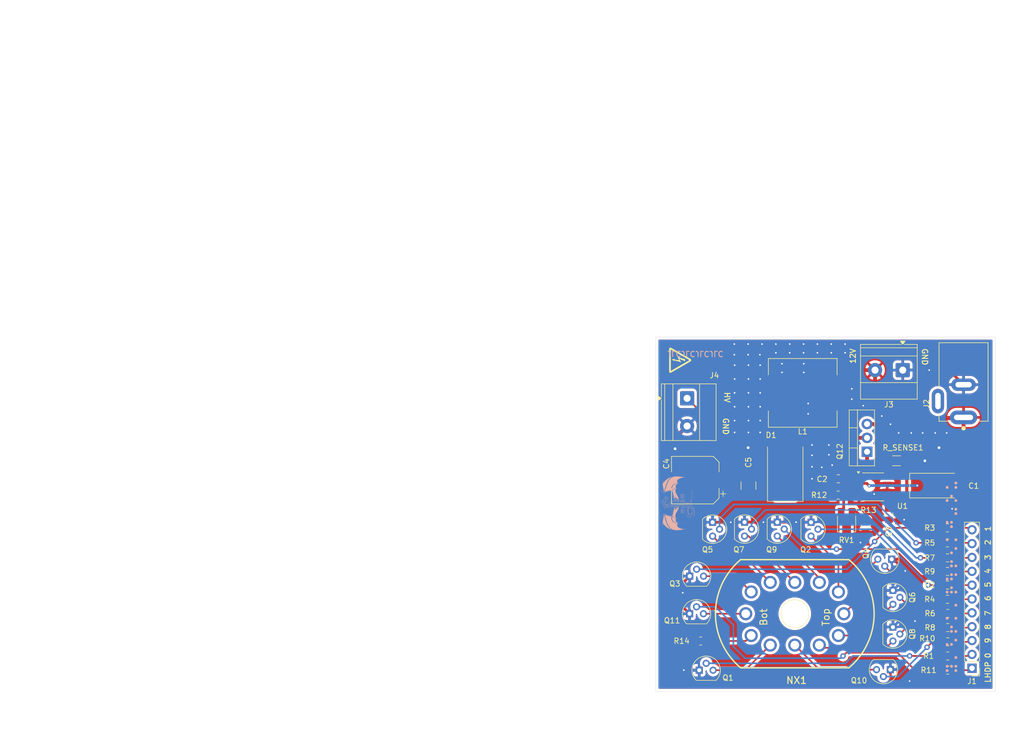
<source format=kicad_pcb>
(kicad_pcb (version 20241229) (generator "pcbnew") (generator_version "9.0")
  (layers (0 "F.Cu" signal) (2 "B.Cu" signal) (13 "F.Paste" user) (15 "B.Paste" user) (5 "F.SilkS" user "F.Silkscreen") (7 "B.SilkS" user "B.Silkscreen") (1 "F.Mask" user) (3 "B.Mask" user) (25 "Edge.Cuts" user))
  (net 0 "")
  (net 1 "+12V")
  (net 2 "GND")
  (net 3 "Net-(U1-REF)")
  (net 4 "/180V")
  (net 5 "Net-(D1-A)")
  (net 6 "/CTRL_DIGIT_8")
  (net 7 "/CTRL_DIGIT_7")
  (net 8 "/CTRL_DIGIT_6")
  (net 9 "/CTRL_DIGIT_3")
  (net 10 "/CTRL_DIGIT_5")
  (net 11 "/CTRL_DIGIT_1")
  (net 12 "/CTRL_DIGIT_9")
  (net 13 "/CTRL_DIGIT_2")
  (net 14 "/CTRL_DIGIT_0")
  (net 15 "/CTRL_DIGIT_4")
  (net 16 "Net-(NX1-PadA)")
  (net 17 "/NIXIE_DIGIT_5")
  (net 18 "/NIXIE_DIGIT_7")
  (net 19 "/NIXIE_DIGIT_8")
  (net 20 "/NIXIE_DIGIT_0")
  (net 21 "/NIXIE_DIGIT_3")
  (net 22 "/NIXIE_DIGIT_4")
  (net 23 "/NIXIE_DIGIT_9")
  (net 24 "/NIXIE_DIGIT_6")
  (net 25 "/NIXIE_DIGIT_2")
  (net 26 "/NIXIE_DIGIT_1")
  (net 27 "Net-(Q1-B)")
  (net 28 "Net-(Q2-B)")
  (net 29 "Net-(Q3-B)")
  (net 30 "Net-(Q4-B)")
  (net 31 "Net-(Q5-B)")
  (net 32 "Net-(Q6-B)")
  (net 33 "Net-(Q7-B)")
  (net 34 "Net-(Q8-B)")
  (net 35 "Net-(Q9-B)")
  (net 36 "Net-(Q10-B)")
  (net 37 "Net-(U1-FB)")
  (net 38 "/NIXIE_DIGIT_LHDP")
  (net 39 "/CTRL_DIGIT_LHDP")
  (net 41 "Net-(Q11-B)")
  (net 42 "Net-(Q12-S)")
  (net 43 "Net-(Q12-G)")
  (net 44 "Net-(R13-Pad1)")
  (footprint "Package_TO_SOT_THT:TO-92" (layer "F.Cu") (at 142.540001 95.46 -90)
    (property "Reference" "Q9")
    (property "Value" "MPSA42")
  )
  (footprint "Resistor_SMD:R_0805_2012Metric_Pad1.20x1.40mm_HandSolder" (layer "F.Cu") (at 173.8 117.4 180)
    (property "Reference" "R10")
    (property "Value" "2.2k")
  )
  (footprint "Package_TO_SOT_THT:TO-92" (layer "F.Cu") (at 148.73 95.48 -90)
    (property "Reference" "Q2")
    (property "Value" "MPSA42")
  )
  (footprint "barrel_jack:CUI_PJ-002B" (layer "F.Cu") (at 176.7 76.25 90)
    (property "Reference" "J2")
    (property "Value" "PJ-002B")
  )
  (footprint "Resistor_SMD:R_0805_2012Metric_Pad1.20x1.40mm_HandSolder" (layer "F.Cu") (at 173.75 96.5 180)
    (property "Reference" "R3")
    (property "Value" "2.2k")
  )
  (footprint "Package_SO:SO-8_3.9x4.9mm_P1.27mm" (layer "F.Cu") (at 160.125 88.985)
    (property "Reference" "U1")
    (property "Value" "MAX1771xSA")
  )
  (footprint "Resistor_SMD:R_0805_2012Metric_Pad1.20x1.40mm_HandSolder" (layer "F.Cu") (at 173.8 122.6 180)
    (property "Reference" "R11")
    (property "Value" "2.2k")
  )
  (footprint "nixies-us:nixies-us-IN-12-DSUB" (layer "F.Cu") (at 145.75 112.25 -90)
    (property "Reference" "NX1")
    (property "Value" "IN-12BIN-12-DSUB")
  )
  (footprint "Package_TO_SOT_THT:TO-92" (layer "F.Cu") (at 136.540001 95.46 -90)
    (property "Reference" "Q7")
    (property "Value" "MPSA42")
  )
  (footprint "Package_TO_SOT_THT:TO-92" (layer "F.Cu") (at 126.48 105.36)
    (property "Reference" "Q3")
    (property "Value" "MPSA42")
  )
  (footprint "LOGO" (layer "F.Cu") (at 124.75 65.75 -90)
    (property "Reference" "G***" (hide yes))
    (property "Value" "LOGO" (hide yes))
  )
  (footprint "Package_TO_SOT_THT:TO-92" (layer "F.Cu") (at 128.229999 122.61)
    (property "Reference" "Q1")
    (property "Value" "MPSA42")
  )
  (footprint "Inductor_SMD:L_12x12mm_H6mm" (layer "F.Cu") (at 147.200001 71.75 180)
    (property "Reference" "L1")
    (property "Value" "100uH")
  )
  (footprint "Resistor_SMD:R_0805_2012Metric_Pad1.20x1.40mm_HandSolder" (layer "F.Cu") (at 173.8 120 180)
    (property "Reference" "R1")
    (property "Value" "2.2k")
  )
  (footprint "Resistor_SMD:R_0805_2012Metric_Pad1.20x1.40mm_HandSolder" (layer "F.Cu") (at 173.75 104.5 180)
    (property "Reference" "R9")
    (property "Value" "2.2k")
  )
  (footprint "Capacitor_Tantalum_SMD:CP_EIA-7343-31_Kemet-D_HandSolder" (layer "F.Cu") (at 171.4075 88.75)
    (property "Reference" "C1")
    (property "Value" "100uF/20V")
  )
  (footprint "Package_TO_SOT_THT:TO-220-3_Vertical" (layer "F.Cu") (at 159 82.54 90)
    (property "Reference" "Q12")
    (property "Value" "IRF740")
  )
  (footprint "Resistor_SMD:R_0805_2012Metric_Pad1.20x1.40mm_HandSolder" (layer "F.Cu") (at 173.75 109.6 180)
    (property "Reference" "R4")
    (property "Value" "2.2k")
  )
  (footprint "Capacitor_SMD:C_1210_3225Metric_Pad1.33x2.70mm_HandSolder" (layer "F.Cu") (at 137.25 88.75 90)
    (property "Reference" "C5")
    (property "Value" "0.1uF/250V")
  )
  (footprint "Package_TO_SOT_THT:TO-92" (layer "F.Cu") (at 163.75 114.71 -90)
    (property "Reference" "Q8")
    (property "Value" "MPSA42")
  )
  (footprint "Resistor_SMD:R_0805_2012Metric_Pad1.20x1.40mm_HandSolder" (layer "F.Cu") (at 158.75 96.25 -90)
    (property "Reference" "R13")
    (property "Value" "10k")
  )
  (footprint "Diode_SMD:D_SMB-SMC_Universal_Handsoldering" (layer "F.Cu") (at 144 86.05 90)
    (property "Reference" "D1")
    (property "Value" "ES2F")
  )
  (footprint "TerminalBlock_Phoenix:TerminalBlock_Phoenix_MKDS-1,5-2-5.08_1x02_P5.08mm_Horizontal" (layer "F.Cu") (at 126 72.75 -90)
    (property "Reference" "J4")
    (property "Value" "Screw_Terminal_01x02")
  )
  (footprint "Resistor_SMD:R_1206_3216Metric_Pad1.30x1.75mm_HandSolder" (layer "F.Cu") (at 164.4 84.2)
    (property "Reference" "R_SENSE1")
    (property "Value" "0.05R")
  )
  (footprint "Package_TO_SOT_THT:TO-92" (layer "F.Cu") (at 163.75 107.98 -90)
    (property "Reference" "Q6")
    (property "Value" "MPSA42")
  )
  (footprint "Capacitor_SMD:CP_Elec_8x10.5" (layer "F.Cu") (at 127.5 87.75 180)
    (property "Reference" "C4")
    (property "Value" "4.7uF/250V")
  )
  (footprint "Package_TO_SOT_THT:TO-92" (layer "F.Cu") (at 130.680002 95.479999 -90)
    (property "Reference" "Q5")
    (property "Value" "MPSA42")
  )
  (footprint "Capacitor_SMD:C_0805_2012Metric_Pad1.18x1.45mm_HandSolder" (layer "F.Cu") (at 163 94 -90)
    (property "Reference" "C3")
    (property "Value" "0.1uF/25V")
  )
  (footprint "Potentiometer_SMD:Potentiometer_Bourns_TC33X_Vertical" (layer "F.Cu") (at 155.25 95.25 -90)
    (property "Reference" "RV1")
    (property "Value" "VGF39NCHXT-B502")
  )
  (footprint "Capacitor_SMD:C_0805_2012Metric_Pad1.18x1.45mm_HandSolder" (layer "F.Cu") (at 153.75 87.5 180)
    (property "Reference" "C2")
    (property "Value" "0.1uF/25V")
  )
  (footprint "Resistor_SMD:R_0805_2012Metric_Pad1.20x1.40mm_HandSolder" (layer "F.Cu") (at 173.8 114.8 180)
    (property "Reference" "R8")
    (property "Value" "2.2k")
  )
  (footprint "Package_TO_SOT_THT:TO-92" (layer "F.Cu") (at 126.46 112.25)
    (property "Reference" "Q11")
    (property "Value" "MPSA42")
  )
  (footprint "Resistor_SMD:R_0805_2012Metric_Pad1.20x1.40mm_HandSolder" (layer "F.Cu") (at 173.8 112.2 180)
    (property "Reference" "R6")
    (property "Value" "2.2k")
  )
  (footprint "Resistor_SMD:R_0805_2012Metric_Pad1.20x1.40mm_HandSolder" (layer "F.Cu") (at 153.7125 90.5)
    (property "Reference" "R12")
    (property "Value" "1M5")
  )
  (footprint "Resistor_SMD:R_0805_2012Metric_Pad1.20x1.40mm_HandSolder" (layer "F.Cu") (at 173.75 107 180)
    (property "Reference" "R2")
    (property "Value" "2.2k")
  )
  (footprint "Connector_PinHeader_2.54mm:PinHeader_1x11_P2.54mm_Vertical" (layer "F.Cu") (at 178.25 122.25 180)
    (property "Reference" "J1")
    (property "Value" "Conn_01x11_Pin")
  )
  (footprint "Package_TO_SOT_THT:TO-92" (layer "F.Cu") (at 163.270001 122.5 180)
    (property "Reference" "Q10")
    (property "Value" "MPSA42")
  )
  (footprint "Package_TO_SOT_THT:TO-92" (layer "F.Cu") (at 163.520001 102.25 180)
    (property "Reference" "Q4")
    (property "Value" "MPSA42")
  )
  (footprint "Resistor_SMD:R_0805_2012Metric_Pad1.20x1.40mm_HandSolder" (layer "F.Cu") (at 173.75 99.25 180)
    (property "Reference" "R5")
    (property "Value" "2.2k")
  )
  (footprint "TerminalBlock_Phoenix:TerminalBlock_Phoenix_MKDS-1,5-2-5.08_1x02_P5.08mm_Horizontal" (layer "F.Cu") (at 165.545001 67.5775 180)
    (property "Reference" "J3")
    (property "Value" "Screw_Terminal_01x02")
  )
  (footprint "Resistor_SMD:R_0805_2012Metric_Pad1.20x1.40mm_HandSolder" (layer "F.Cu") (at 173.75 102 180)
    (property "Reference" "R7")
    (property "Value" "2.2k")
  )
  (footprint "Resistor_SMD:R_0805_2012Metric_Pad1.20x1.40mm_HandSolder" (layer "F.Cu") (at 128.5 117.25 180)
    (property "Reference" "R14")
    (property "Value" "22k")
  )
  (footprint "LOGO" (layer "B.Cu") (at 174.5 105.5 90)
    (property "Reference" "G***" (hide yes))
    (property "Value" "LOGO" (hide yes))
  )
  (footprint "LOGO" (layer "B.Cu") (at 124.3 92 -90)
    (property "Reference" "G***" (hide yes))
    (property "Value" "LOGO" (hide yes))
  )
  (gr_rect (start 120.25 61.5) (end 182.5 126.5) (stroke (width 0.05)) (fill no) (layer "Edge.Cuts"))
  (gr_text "8" (at 181.75 115.25 90) (layer "F.SilkS") (effects (font (size 1 1) (thickness 0.18) (bold yes)) (justify left bottom)))
  (gr_text "5" (at 181.75 107.5 90) (layer "F.SilkS") (effects (font (size 1 1) (thickness 0.18) (bold yes)) (justify left bottom)))
  (gr_text "3" (at 181.75 102.5 90) (layer "F.SilkS") (effects (font (size 1 1) (thickness 0.18) (bold yes)) (justify left bottom)))
  (gr_text "6" (at 181.75 110 90) (layer "F.SilkS") (effects (font (size 1 1) (thickness 0.18) (bold yes)) (justify left bottom)))
  (gr_text "12V" (at 157 66.5 90) (layer "F.SilkS") (effects (font (size 1 1) (thickness 0.18) (bold yes)) (justify left bottom)))
  (gr_text "2" (at 181.75 99.75 90) (layer "F.SilkS") (effects (font (size 1 1) (thickness 0.18) (bold yes)) (justify left bottom)))
  (gr_text "1" (at 181.75 97.25 90) (layer "F.SilkS") (effects (font (size 1 1) (thickness 0.18) (bold yes)) (justify left bottom)))
  (gr_text "HV" (at 132.75 71.5 270) (layer "F.SilkS") (effects (font (size 1 1) (thickness 0.18) (bold yes)) (justify left bottom)))
  (gr_text "GND" (at 169 63.5 270) (layer "F.SilkS") (effects (font (size 1 1) (thickness 0.18) (bold yes)) (justify left bottom)))
  (gr_text "GND" (at 132.5 76.25 270) (layer "F.SilkS") (effects (font (size 1 1) (thickness 0.18) (bold yes)) (justify left bottom)))
  (gr_text "4" (at 181.75 105 90) (layer "F.SilkS") (effects (font (size 1 1) (thickness 0.18) (bold yes)) (justify left bottom)))
  (gr_text "7" (at 181.75 112.75 90) (layer "F.SilkS") (effects (font (size 1 1) (thickness 0.18) (bold yes)) (justify left bottom)))
  (gr_text "0" (at 181.75 120.5 90) (layer "F.SilkS") (effects (font (size 1 1) (thickness 0.18) (bold yes)) (justify left bottom)))
  (gr_text "LHDP" (at 181.75 125 90) (layer "F.SilkS") (effects (font (size 1 1) (thickness 0.18) (bold yes)) (justify left bottom)))
  (gr_text "9" (at 181.75 117.75 90) (layer "F.SilkS") (effects (font (size 1 1) (thickness 0.18) (bold yes)) (justify left bottom)))
  (gr_text "JLCJLCJLCJLC" (at 122.25 64 180) (layer "B.SilkS") (effects (font (size 1 1) (thickness 0.16)) (justify left bottom mirror)))
  (segment (start 156.322502 67.5775) (end 160.465002 67.5775) (width 0.7) (layer "F.Cu") (net 1))
  (segment (start 176.7 80.5) (end 176.7 76.25) (width 0.7) (layer "F.Cu") (net 1))
  (segment (start 168.45 88.75) (end 176.7 80.5) (width 0.7) (layer "F.Cu") (net 1))
  (segment (start 168.2 88.75) (end 168.45 88.75) (width 0.7) (layer "F.Cu") (net 1))
  (segment (start 159.4 88.8) (end 158.95 88.35) (width 0.5) (layer "F.Cu") (net 1))
  (segment (start 152.150002 71.75) (end 156.322502 67.5775) (width 0.7) (layer "F.Cu") (net 1))
  (segment (start 160.465002 67.5775) (end 160.465002 70.665002) (width 0.7) (layer "F.Cu") (net 1))
  (segment (start 154.7875 87.5) (end 155.6375 88.35) (width 0.5) (layer "F.Cu") (net 1))
  (segment (start 176.55 76.4) (end 176.7 76.25) (width 0.7) (layer "F.Cu") (net 1))
  (segment (start 160.465002 70.665002) (end 166.2 76.4) (width 0.7) (layer "F.Cu") (net 1))
  (segment (start 155.6375 88.35) (end 157.55 88.35) (width 0.5) (layer "F.Cu") (net 1))
  (segment (start 166.2 76.4) (end 176.55 76.4) (width 0.7) (layer "F.Cu") (net 1))
  (segment (start 158.95 88.35) (end 157.55 88.35) (width 0.5) (layer "F.Cu") (net 1))
  (via (at 159.4 88.8) (size 0.6) (drill 0.3) (layers "F.Cu" "B.Cu") (net 1))
  (via (at 168.2 88.75) (size 0.6) (drill 0.3) (layers "F.Cu" "B.Cu") (net 1))
  (segment (start 159.45 88.75) (end 159.4 88.8) (width 0.5) (layer "B.Cu") (net 1))
  (segment (start 168.2 88.75) (end 159.45 88.75) (width 0.5) (layer "B.Cu") (net 1))
  (segment (start 174.615 92.985) (end 174.6 93) (width 0.5) (layer "F.Cu") (net 2))
  (segment (start 160.3 90.3) (end 160.98 89.62) (width 0.3) (layer "F.Cu") (net 2))
  (segment (start 125.2 106.64) (end 125.2 108.4) (width 0.5) (layer "F.Cu") (net 2))
  (segment (start 163 95.0375) (end 165.7625 95.0375) (width 0.5) (layer "F.Cu") (net 2))
  (segment (start 126 77.829999) (end 123.8 80.029999) (width 0.7) (layer "F.Cu") (net 2))
  (segment (start 163.270001 122.5) (end 164.7 122.5) (width 0.5) (layer "F.Cu") (net 2))
  (segment (start 134 95.479999) (end 136.520002 95.479999) (width 0.5) (layer "F.Cu") (net 2))
  (segment (start 164.7 122.5) (end 166.8 124.6) (width 0.5) (layer "F.Cu") (net 2))
  (segment (start 140 95.46) (end 142.540001 95.46) (width 0.5) (layer "F.Cu") (net 2))
  (segment (start 152.7125 85.1125) (end 152.6 85) (width 0.5) (layer "F.Cu") (net 2))
  (segment (start 163.85 102.25) (end 166 104.4) (width 0.5) (layer "F.Cu") (net 2))
  (segment (start 125.2 108.4) (end 125.2 110.99) (width 0.5) (layer "F.Cu") (net 2))
  (segment (start 174.0275 67.5775) (end 176.7 70.25) (width 0.5) (layer "F.Cu") (net 2))
  (segment (start 142.540001 95.46) (end 146 95.46) (width 0.5) (layer "F.Cu") (net 2))
  (segment (start 130.680002 95.479999) (end 134 95.479999) (width 0.5) (layer "F.Cu") (net 2))
  (segment (start 146 95.46) (end 148.71 95.46) (width 0.5) (layer "F.Cu") (net 2))
  (segment (start 157.55 90.89) (end 159.71 90.89) (width 0.3) (layer "F.Cu") (net 2))
  (segment (start 125.41 122.61) (end 125.4 122.6) (width 0.5) (layer "F.Cu") (net 2))
  (segment (start 169.6 84.2) (end 169.8 84.2) (width 0.7) (layer "F.Cu") (net 2))
  (segment (start 159.71 90.89) (end 160.3 90.3) (width 0.3) (layer "F.Cu") (net 2))
  (segment (start 128.229999 122.61) (end 125.41 122.61) (width 0.5) (layer "F.Cu") (net 2))
  (segment (start 137.25 81.85) (end 137.2 81.8) (width 0.7) (layer "F.Cu") (net 2))
  (segment (start 170.4 67.5775) (end 174.0275 67.5775) (width 0.5) (layer "F.Cu") (net 2))
  (segment (start 123.8 82) (end 123.8 87.75) (width 0.7) (layer "F.Cu") (net 2))
  (segment (start 169.8 84.2) (end 172.2 81.8) (width 0.7) (layer "F.Cu") (net 2))
  (segment (start 152.7125 87.5) (end 152.7125 85.1125) (width 0.5) (layer "F.Cu") (net 2))
  (segment (start 165.545001 67.5775) (end 170.4 67.5775) (width 0.5) (layer "F.Cu") (net 2))
  (segment (start 158.75 97.25) (end 158.75 98.25) (width 0.3) (layer "F.Cu") (net 2))
  (segment (start 162.7 88.35) (end 162.7 89.62) (width 0.3) (layer "F.Cu") (net 2))
  (segment (start 158.75 98.25) (end 157.8 99.2) (width 0.3) (layer "F.Cu") (net 2))
  (segment (start 136.540001 95.46) (end 140 95.46) (width 0.5) (layer "F.Cu") (net 2))
  (segment (start 137.25 87.1875) (end 137.25 81.85) (width 0.7) (layer "F.Cu") (net 2))
  (segment (start 165.950001 84.2) (end 169.6 84.2) (width 0.7) (layer "F.Cu") (net 2))
  (segment (start 165.7625 95.0375) (end 165.8 95) (width 0.5) (layer "F.Cu") (net 2))
  (segment (start 174.615 88.75) (end 174.615 92.985) (width 0.5) (layer "F.Cu") (net 2))
  (segment (start 163.520001 102.25) (end 163.85 102.25) (width 0.5) (layer "F.Cu") (net 2))
  (segment (start 125.2 110.99) (end 126.46 112.25) (width 0.5) (layer "F.Cu") (net 2))
  (segment (start 148.71 95.46) (end 148.73 95.48) (width 0.5) (layer "F.Cu") (net 2))
  (segment (start 126.48 105.36) (end 125.2 106.64) (width 0.5) (layer "F.Cu") (net 2))
  (segment (start 136.520002 95.479999) (end 136.540001 95.46) (width 0.5) (layer "F.Cu") (net 2))
  (segment (start 160.98 89.62) (end 162.7 89.62) (width 0.3) (layer "F.Cu") (net 2))
  (segment (start 123.8 80.029999) (end 123.8 82) (width 0.7) (layer "F.Cu") (net 2))
  (via (at 152 83.1) (size 0.6) (drill 0.3) (layers "F.Cu" "B.Cu") (net 2))
  (via (at 139.4 66.67) (size 0.6) (drill 0.3) (layers "F.Cu" "B.Cu") (net 2))
  (via (at 149.9 62.8) (size 0.6) (drill 0.3) (layers "F.Cu" "B.Cu") (net 2))
  (via (at 134.66 64.75) (size 0.6) (drill 0.3) (layers "F.Cu" "B.Cu") (net 2))
  (via (at 148.2 73.7) (size 0.6) (drill 0.3) (layers "F.Cu" "B.Cu") (net 2))
  (via (at 152.44 64.4) (size 0.6) (drill 0.3) (layers "F.Cu" "B.Cu") (net 2))
  (via (at 147.4 66.4) (size 0.6) (drill 0.3) (layers "F.Cu" "B.Cu") (net 2))
  (via (at 134.71 71.75) (size 0.6) (drill 0.3) (layers "F.Cu" "B.Cu") (net 2))
  (via (at 174.6 93) (size 0.6) (drill 0.3) (layers "F.Cu" "B.Cu") (net 2))
  (via (at 152 81.3) (size 0.6) (drill 0.3) (layers "F.Cu" "B.Cu") (net 2))
  (via (at 137.25 79) (size 0.6) (drill 0.3) (layers "F.Cu" "B.Cu") (net 2))
  (via (at 170.4 67.5775) (size 0.6) (drill 0.3) (layers "F.Cu" "B.Cu") (net 2))
  (via (at 165.8 95) (size 0.6) (drill 0.3) (layers "F.Cu" "B.Cu") (net 2))
  (via (at 156.2 72.9) (size 0.6) (drill 0.3) (layers "F.Cu" "B.Cu") (net 2))
  (via (at 139.4 71.75) (size 0.6) (drill 0.3) (layers "F.Cu" "B.Cu") (net 2))
  (via (at 137.25 71.75) (size 0.6) (drill 0.3) (layers "F.Cu" "B.Cu") (net 2))
  (via (at 139.35 64.75) (size 0.6) (drill 0.3) (layers "F.Cu" "B.Cu") (net 2))
  (via (at 134.71 74.29) (size 0.6) (drill 0.3) (layers "F.Cu" "B.Cu") (net 2))
  (via (at 137.2 64.75) (size 0.6) (drill 0.3) (layers "F.Cu" "B.Cu") (net 2))
  (via (at 169.6 84.2) (size 1) (drill 0.5) (layers "F.Cu" "B.Cu") (net 2))
  (via (at 142.28 64.4) (size 0.6) (drill 0.3) (layers "F.Cu" "B.Cu") (net 2))
  (via (at 148.9 85.3) (size 0.6) (drill 0.3) (layers "F.Cu" "B.Cu") (net 2))
  (via (at 134.71 66.67) (size 0.6) (drill 0.3) (layers "F.Cu" "B.Cu") (net 2))
  (via (at 146 95.46) (size 0.6) (drill 0.3) (layers "F.Cu" "B.Cu") (net 2))
  (via (at 123.8 82) (size 1) (drill 0.5) (layers "F.Cu" "B.Cu") (net 2))
  (via (at 137.25 66.67) (size 0.6) (drill 0.3) (layers "F.Cu" "B.Cu") (net 2))
  (via (at 150.7 85.4) (size 0.6) (drill 0.3) (layers "F.Cu" "B.Cu") (net 2))
  (via (at 173.6 79.1) (size 0.6) (drill 0.3) (layers "F.Cu" "B.Cu") (net 2))
  (via (at 161.7 76) (size 0.6) (drill 0.3) (layers "F.Cu" "B.Cu") (net 2))
  (via (at 142.28 62.8) (size 0.6) (drill 0.3) (layers "F.Cu" "B.Cu") (net 2))
  (via (at 167.1 79.1) (size 0.6) (drill 0.3) (layers "F.Cu" "B.Cu") (net 2))
  (via (at 137.2 81.8) (size 1) (drill 0.5) (layers "F.Cu" "B.Cu") (net 2))
  (via (at 139.4 69.21) (size 0.6) (drill 0.3) (layers "F.Cu" "B.Cu") (net 2))
  (via (at 147.36 64.4) (size 0.6) (drill 0.3) (layers "F.Cu" "B.Cu") (net 2))
  (via (at 149.9 64.4) (size 0.6) (drill 0.3) (layers "F.Cu" "B.Cu") (net 2))
  (via (at 157.8 99.2) (size 0.6) (drill 0.3) (layers "F.Cu" "B.Cu") (net 2))
  (via (at 148.9 83.2) (size 0.6) (drill 0.3) (layers "F.Cu" "B.Cu") (net 2))
  (via (at 156.2 71) (size 0.6) (drill 0.3) (layers "F.Cu" "B.Cu") (net 2))
  (via (at 134 95.479999) (size 0.6) (drill 0.3) (layers "F.Cu" "B.Cu") (net 2))
  (via (at 134.66 62.8) (size 0.6) (drill 0.3) (layers "F.Cu" "B.Cu") (net 2))
  (via (at 134.71 76.83) (size 0.6) (drill 0.3) (layers "F.Cu" "B.Cu") (net 2))
  (via (at 152.44 62.8) (size 0.6) (drill 0.3) (layers "F.Cu" "B.Cu") (net 2))
  (via (at 148.2 75.6) (size 0.6) (drill 0.3) (layers "F.Cu" "B.Cu") (net 2))
  (via (at 140 95.46) (size 0.6) (drill 0.3) (layers "F.Cu" "B.Cu") (net 2))
  (via (at 158.3 74.1) (size 0.6) (drill 0.3) (layers "F.Cu" "B.Cu") (net 2))
  (via (at 137.2 62.8) (size 0.6) (drill 0.3) (layers "F.Cu" "B.Cu") (net 2))
  (via (at 137.25 74.29) (size 0.6) (drill 0.3) (layers "F.Cu" "B.Cu") (net 2))
  (via (at 160.3 90.3) (size 0.6) (drill 0.3) (layers "F.Cu" "B.Cu") (net 2))
  (via (at 143.4 66.4) (size 0.6) (drill 0.3) (layers "F.Cu" "B.Cu") (net 2))
  (via (at 166 104.4) (size 0.6) (drill 0.3) (layers "F.Cu" "B.Cu") (net 2))
  (via (at 144.82 62.8) (size 0.6) (drill 0.3) (layers "F.Cu" "B.Cu") (net 2))
  (via (at 134.71 69.21) (size 0.6) (drill 0.3) (layers "F.Cu" "B.Cu") (net 2))
  (via (at 147.4 68) (size 0.6) (drill 0.3) (layers "F.Cu" "B.Cu") (net 2))
  (via (at 139.4 79) (size 0.6) (drill 0.3) (layers "F.Cu" "B.Cu") (net 2))
  (via (at 139.4 76.83) (size 0.6) (drill 0.3) (layers "F.Cu" "B.Cu") (net 2))
  (via (at 163.3 77.5) (size 0.6) (drill 0.3) (layers "F.Cu" "B.Cu") (net 2))
  (via (at 139.74 62.8) (size 0.6) (drill 0.3) (layers "F.Cu" "B.Cu") (net 2))
  (via (at 137.25 76.83) (size 0.6) (drill 0.3) (layers "F.Cu" "B.Cu") (net 2))
  (via (at 166.8 124.6) (size 0.6) (drill 0.3) (layers "F.Cu" "B.Cu") (net 2))
  (via (at 167.8 113.6) (size 0.6) (drill 0.3) (layers "F.Cu" "B.Cu") (net 2))
  (via (at 143.4 68) (size 0.6) (drill 0.3) (layers "F.Cu" "B.Cu") (net 2))
  (via (at 137.25 69.21) (size 0.6) (drill 0.3) (layers "F.Cu" "B.Cu") (net 2))
  (via (at 148.9 81.3) (size 0.6) (drill 0.3) (layers "F.Cu" "B.Cu") (net 2))
  (via (at 148.9 87.5) (size 0.6) (drill 0.3) (layers "F.Cu" "B.Cu") (net 2))
  (via (at 144.82 64.4) (size 0.6) (drill 0.3) (layers "F.Cu" "B.Cu") (net 2))
  (via (at 169.2 79.1) (size 0.6) (drill 0.3) (layers "F.Cu" "B.Cu") (net 2))
  (via (at 125.2 108.4) (size 0.6) (drill 0.3) (layers "F.Cu" "B.Cu") (net 2))
  (via (at 125.4 122.6) (size 0.6) (drill 0.3) (layers "F.Cu" "B.Cu") (net 2))
  (via (at 147.36 62.8) (size 0.6) (drill 0.3) (layers "F.Cu" "B.Cu") (net 2))
  (via (at 164.8 79.1) (size 0.6) (drill 0.3) (layers "F.Cu" "B.Cu") (net 2))
  (via (at 134.71 79) (size 0.6) (drill 0.3) (layers "F.Cu" "B.Cu") (net 2))
  (via (at 154.98 62.8) (size 0.6) (drill 0.3) (layers "F.Cu" "B.Cu") (net 2))
  (via (at 171.5 79.1) (size 0.6) (drill 0.3) (layers "F.Cu" "B.Cu") (net 2))
  (via (at 172.2 81.8) (size 1) (drill 0.5) (layers "F.Cu" "B.Cu") (net 2))
  (via (at 139.4 74.29) (size 0.6) (drill 0.3) (layers "F.Cu" "B.Cu") (net 2))
  (via (at 152.6 85) (size 0.6) (drill 0.3) (layers "F.Cu" "B.Cu") (net 2))
  (via (at 154.98 64.4) (size 0.6) (drill 0.3) (layers "F.Cu" "B.Cu") (net 2))
  (segment (start 164.86 113.6) (end 167.8 113.6) (width 0.5) (layer "B.Cu") (net 2))
  (segment (start 163.75 114.71) (end 164.86 113.6) (width 0.5) (layer "B.Cu") (net 2))
  (segment (start 166 104.4) (end 166 105.73) (width 0.5) (layer "B.Cu") (net 2))
  (segment (start 166 105.73) (end 163.75 107.98) (width 0.5) (layer "B.Cu") (net 2))
  (segment (start 162.7 90.89) (end 163 91.19) (width 0.3) (layer "F.Cu") (net 3))
  (segment (start 163 91.19) (end 163 92.9625) (width 0.3) (layer "F.Cu") (net 3))
  (segment (start 122.5 96.45) (end 122.5 113.75) (width 0.3) (layer "F.Cu") (net 4))
  (segment (start 144 89.25) (end 142.9375 90.3125) (width 0.3) (layer "F.Cu") (net 4))
  (segment (start 137.25 90.3125) (end 133.7625 90.3125) (width 0.3) (layer "F.Cu") (net 4))
  (segment (start 131.2 77.95) (end 131.2 87.75) (width 0.3) (layer "F.Cu") (net 4))
  (segment (start 152.7125 90.5) (end 145.25 90.5) (width 0.3) (layer "F.Cu") (net 4))
  (segment (start 126 117.25) (end 127.5 117.25) (width 0.3) (layer "F.Cu") (net 4))
  (segment (start 126 72.75) (end 131.2 77.95) (width 0.3) (layer "F.Cu") (net 4))
  (segment (start 145.25 90.5) (end 144 89.25) (width 0.3) (layer "F.Cu") (net 4))
  (segment (start 142.9375 90.3125) (end 137.25 90.3125) (width 0.3) (layer "F.Cu") (net 4))
  (segment (start 122.5 113.75) (end 126 117.25) (width 0.3) (layer "F.Cu") (net 4))
  (segment (start 131.2 87.75) (end 122.5 96.45) (width 0.3) (layer "F.Cu") (net 4))
  (segment (start 133.7625 90.3125) (end 131.2 87.75) (width 0.3) (layer "F.Cu") (net 4))
  (segment (start 159 80) (end 151.25 80) (width 0.7) (layer "F.Cu") (net 5))
  (segment (start 142.25 73.25) (end 147.5 78.5) (width 0.7) (layer "F.Cu") (net 5))
  (segment (start 151.25 80) (end 149.75 78.5) (width 0.7) (layer "F.Cu") (net 5))
  (segment (start 144 82) (end 147.5 78.5) (width 0.7) (layer "F.Cu") (net 5))
  (segment (start 144 82.85) (end 144 82) (width 0.7) (layer "F.Cu") (net 5))
  (segment (start 142.25 71.75) (end 142.25 73.25) (width 0.7) (layer "F.Cu") (net 5))
  (segment (start 149.75 78.5) (end 147.5 78.5) (width 0.7) (layer "F.Cu") (net 5))
  (segment (start 178.08 114.8) (end 178.25 114.63) (width 0.3) (layer "F.Cu") (net 6))
  (segment (start 174.8 114.8) (end 178.08 114.8) (width 0.3) (layer "F.Cu") (net 6))
  (segment (start 174.8 112.2) (end 178.14 112.2) (width 0.3) (layer "F.Cu") (net 7))
  (segment (start 178.14 112.2) (end 178.25 112.09) (width 0.3) (layer "F.Cu") (net 7))
  (segment (start 178.2 109.6) (end 178.25 109.55) (width 0.3) (layer "F.Cu") (net 8))
  (segment (start 174.75 109.6) (end 178.2 109.6) (width 0.3) (layer "F.Cu") (net 8))
  (segment (start 174.75 102) (end 178.18 102) (width 0.3) (layer "F.Cu") (net 9))
  (segment (start 178.18 102) (end 178.25 101.93) (width 0.3) (layer "F.Cu") (net 9))
  (segment (start 174.75 107) (end 178.24 107) (width 0.3) (layer "F.Cu") (net 10))
  (segment (start 178.24 107) (end 178.25 107.01) (width 0.3) (layer "F.Cu") (net 10))
  (segment (start 174.75 96.5) (end 177.9 96.5) (width 0.3) (layer "F.Cu") (net 11))
  (segment (start 177.9 96.5) (end 178.25 96.85) (width 0.3) (layer "F.Cu") (net 11))
  (segment (start 174.8 117.4) (end 178.020001 117.4) (width 0.3) (layer "F.Cu") (net 12))
  (segment (start 178.020001 117.4) (end 178.25 117.170001) (width 0.3) (layer "F.Cu") (net 12))
  (segment (start 178.11 99.25) (end 178.25 99.39) (width 0.3) (layer "F.Cu") (net 13))
  (segment (start 174.75 99.25) (end 178.11 99.25) (width 0.3) (layer "F.Cu") (net 13))
  (segment (start 177.96 120) (end 178.25 119.71) (width 0.3) (layer "F.Cu") (net 14))
  (segment (start 174.8 120) (end 177.96 120) (width 0.3) (layer "F.Cu") (net 14))
  (segment (start 174.75 104.5) (end 178.219999 104.5) (width 0.3) (layer "F.Cu") (net 15))
  (segment (start 178.219999 104.5) (end 178.25 104.469999) (width 0.3) (layer "F.Cu") (net 15))
  (segment (start 129.5 117.25) (end 136.7495 117.25) (width 0.3) (layer "F.Cu") (net 16))
  (segment (start 136.7495 117.25) (end 137.75154 116.24796) (width 0.3) (layer "F.Cu") (net 16))
  (segment (start 153.74846 108.25204) (end 153.74846 103.03846) (width 0.3) (layer "F.Cu") (net 17))
  (segment (start 153.74846 103.03846) (end 148.73 98.02) (width 0.3) (layer "F.Cu") (net 17))
  (segment (start 158.02204 116.24796) (end 163.75 110.52) (width 0.3) (layer "F.Cu") (net 18))
  (segment (start 153.74846 116.24796) (end 158.02204 116.24796) (width 0.3) (layer "F.Cu") (net 18))
  (segment (start 150.24834 117.99802) (end 150.75032 118.5) (width 0.3) (layer "F.Cu") (net 19))
  (segment (start 162.5 118.5) (end 163.75 117.25) (width 0.3) (layer "F.Cu") (net 19))
  (segment (start 150.75032 118.5) (end 162.5 118.5) (width 0.3) (layer "F.Cu") (net 19))
  (segment (start 136.63968 122.61) (end 141.25166 117.99802) (width 0.3) (layer "F.Cu") (net 20))
  (segment (start 130.769999 122.61) (end 136.63968 122.61) (width 0.3) (layer "F.Cu") (net 20))
  (segment (start 136.580002 98) (end 137.24802 98) (width 0.3) (layer "F.Cu") (net 21))
  (segment (start 136.540001 98) (end 136.540001 98.040001) (width 0.3) (layer "F.Cu") (net 21))
  (segment (start 136.540001 98.040001) (end 136.580002 98) (width 0.3) (layer "F.Cu") (net 21))
  (segment (start 137.24802 98) (end 145.75 106.50198) (width 0.3) (layer "F.Cu") (net 21))
  (segment (start 150.24834 105.708339) (end 150.24834 106.50198) (width 0.3) (layer "F.Cu") (net 22))
  (segment (start 142.540001 98) (end 150.24834 105.708339) (width 0.3) (layer "F.Cu") (net 22))
  (segment (start 150.25198 122.5) (end 160.730001 122.5) (width 0.3) (layer "F.Cu") (net 23))
  (segment (start 145.75 117.99802) (end 150.25198 122.5) (width 0.3) (layer "F.Cu") (net 23))
  (segment (start 158.25 108.749219) (end 158.25 104.980001) (width 0.3) (layer "F.Cu") (net 24))
  (segment (start 154.749219 112.25) (end 158.25 108.749219) (width 0.3) (layer "F.Cu") (net 24))
  (segment (start 158.25 104.980001) (end 160.980001 102.25) (width 0.3) (layer "F.Cu") (net 24))
  (segment (start 133.660003 101) (end 135.74968 101) (width 0.3) (layer "F.Cu") (net 25))
  (segment (start 135.74968 101) (end 141.25166 106.50198) (width 0.3) (layer "F.Cu") (net 25))
  (segment (start 130.680002 98.019999) (end 133.660003 101) (width 0.3) (layer "F.Cu") (net 25))
  (segment (start 134.8595 105.36) (end 137.75154 108.25204) (width 0.3) (layer "F.Cu") (net 26))
  (segment (start 129.02 105.36) (end 134.8595 105.36) (width 0.3) (layer "F.Cu") (net 26))
  (segment (start 167.626346 120) (end 172.8 120) (width 0.3) (layer "F.Cu") (net 27))
  (segment (start 167.613173 119.986827) (end 167.626346 120) (width 0.3) (layer "F.Cu") (net 27))
  (segment (start 166.813173 119.986827) (end 167.613173 119.986827) (width 0.3) (layer "F.Cu") (net 27))
  (via (at 166.813173 119.986827) (size 1) (drill 0.5) (layers "F.Cu" "B.Cu") (net 27))
  (segment (start 166.8 120) (end 156.4 120) (width 0.3) (layer "B.Cu") (net 27))
  (segment (start 166.813173 119.986827) (end 166.8 120) (width 0.3) (layer "B.Cu") (net 27))
  (segment (start 155.06 121.34) (end 129.499999 121.34) (width 0.3) (layer "B.Cu") (net 27))
  (segment (start 156.4 120) (end 155.06 121.34) (width 0.3) (layer "B.Cu") (net 27))
  (segment (start 170.2 107) (end 172.75 107) (width 0.3) (layer "F.Cu") (net 28))
  (via (at 170.2 107) (size 1) (drill 0.5) (layers "F.Cu" "B.Cu") (net 28))
  (segment (start 160.022001 96.75) (end 170.2 106.927999) (width 0.3) (layer "B.Cu") (net 28))
  (segment (start 170.2 106.927999) (end 170.2 107) (width 0.3) (layer "B.Cu") (net 28))
  (segment (start 150 96.75) (end 160.022001 96.75) (width 0.3) (layer "B.Cu") (net 28))
  (segment (start 172.75 96.5) (end 162.9 96.5) (width 0.3) (layer "F.Cu") (net 29))
  (segment (start 162.9 96.5) (end 160.4 99) (width 0.3) (layer "F.Cu") (net 29))
  (via (at 160.4 99) (size 1) (drill 0.5) (layers "F.Cu" "B.Cu") (net 29))
  (segment (start 160.4 99) (end 155.31 104.09) (width 0.3) (layer "B.Cu") (net 29))
  (segment (start 155.31 104.09) (end 127.75 104.09) (width 0.3) (layer "B.Cu") (net 29))
  (segment (start 162.250001 103.52) (end 164.330001 105.6) (width 0.3) (layer "F.Cu") (net 30))
  (segment (start 170.6 109.6) (end 172.75 109.6) (width 0.3) (layer "F.Cu") (net 30))
  (segment (start 164.330001 105.6) (end 166.6 105.6) (width 0.3) (layer "F.Cu") (net 30))
  (segment (start 166.6 105.6) (end 170.6 109.6) (width 0.3) (layer "F.Cu") (net 30))
  (segment (start 168 99.25) (end 172.75 99.25) (width 0.3) (layer "F.Cu") (net 31))
  (via (at 168 99.25) (size 1) (drill 0.5) (layers "F.Cu" "B.Cu") (net 31))
  (segment (start 131.950002 94.799998) (end 134.55 92.2) (width 0.3) (layer "B.Cu") (net 31))
  (segment (start 160.95 92.2) (end 168 99.25) (width 0.3) (layer "B.Cu") (net 31))
  (segment (start 131.950002 96.749999) (end 131.950002 94.799998) (width 0.3) (layer "B.Cu") (net 31))
  (segment (start 134.55 92.2) (end 160.95 92.2) (width 0.3) (layer "B.Cu") (net 31))
  (segment (start 165.02 109.25) (end 167.97 112.2) (width 0.3) (layer "F.Cu") (net 32))
  (segment (start 167.97 112.2) (end 172.8 112.2) (width 0.3) (layer "F.Cu") (net 32))
  (segment (start 168.8 102) (end 172.75 102) (width 0.3) (layer "F.Cu") (net 33))
  (via (at 168.8 102) (size 1) (drill 0.5) (layers "F.Cu" "B.Cu") (net 33))
  (segment (start 140.4 93.2) (end 137.810001 95.789999) (width 0.3) (layer "B.Cu") (net 33))
  (segment (start 159.2 93.2) (end 140.4 93.2) (width 0.3) (layer "B.Cu") (net 33))
  (segment (start 168.8 102) (end 168 102) (width 0.3) (layer "B.Cu") (net 33))
  (segment (start 168 102) (end 159.2 93.2) (width 0.3) (layer "B.Cu") (net 33))
  (segment (start 137.810001 95.789999) (end 137.810001 96.73) (width 0.3) (layer "B.Cu") (net 33))
  (segment (start 165.02 115.98) (end 166.2 114.8) (width 0.3) (layer "F.Cu") (net 34))
  (segment (start 166.2 114.8) (end 172.8 114.8) (width 0.3) (layer "F.Cu") (net 34))
  (segment (start 153.4 100.4) (end 165.2 100.4) (width 0.3) (layer "F.Cu") (net 35))
  (segment (start 169.3 104.5) (end 172.75 104.5) (width 0.3) (layer "F.Cu") (net 35))
  (segment (start 165.2 100.4) (end 169.3 104.5) (width 0.3) (layer "F.Cu") (net 35))
  (via (at 153.4 100.4) (size 1) (drill 0.5) (layers "F.Cu" "B.Cu") (net 35))
  (segment (start 153.4 100.4) (end 147.480001 100.4) (width 0.3) (layer "B.Cu") (net 35))
  (segment (start 147.480001 100.4) (end 143.810001 96.73) (width 0.3) (layer "B.Cu") (net 35))
  (segment (start 170 118.4) (end 171 117.4) (width 0.3) (layer "F.Cu") (net 36))
  (segment (start 171 117.4) (end 172.8 117.4) (width 0.3) (layer "F.Cu") (net 36))
  (via (at 170 118.4) (size 1) (drill 0.5) (layers "F.Cu" "B.Cu") (net 36))
  (segment (start 162.000001 123.77) (end 164.65776 123.77) (width 0.3) (layer "B.Cu") (net 36))
  (segment (start 164.65776 123.77) (end 170 118.42776) (width 0.3) (layer "B.Cu") (net 36))
  (segment (start 170 118.42776) (end 170 118.4) (width 0.3) (layer "B.Cu") (net 36))
  (segment (start 154.7125 92.9875) (end 154.7125 90.5) (width 0.5) (layer "F.Cu") (net 37))
  (segment (start 154.7125 90.5) (end 155.5925 89.62) (width 0.5) (layer "F.Cu") (net 37))
  (segment (start 155.5925 89.62) (end 157.55 89.62) (width 0.5) (layer "F.Cu") (net 37))
  (segment (start 154.25 93.45) (end 154.7125 92.9875) (width 0.5) (layer "F.Cu") (net 37))
  (segment (start 129 112.25) (end 136.750781 112.25) (width 0.3) (layer "F.Cu") (net 38))
  (segment (start 177.9 122.6) (end 178.25 122.25) (width 0.3) (layer "F.Cu") (net 39))
  (segment (start 174.8 122.6) (end 177.9 122.6) (width 0.3) (layer "F.Cu") (net 39))
  (segment (start 164.6 119.4) (end 167.8 122.6) (width 0.3) (layer "F.Cu") (net 41))
  (segment (start 154.6 120) (end 155.2 119.4) (width 0.3) (layer "F.Cu") (net 41))
  (segment (start 155.2 119.4) (end 164.6 119.4) (width 0.3) (layer "F.Cu") (net 41))
  (segment (start 167.8 122.6) (end 172.8 122.6) (width 0.3) (layer "F.Cu") (net 41))
  (via (at 154.6 120) (size 1) (drill 0.5) (layers "F.Cu" "B.Cu") (net 41))
  (segment (start 154.2 120.4) (end 136.6 120.4) (width 0.3) (layer "B.Cu") (net 41))
  (segment (start 154.6 120) (end 154.2 120.4) (width 0.3) (layer "B.Cu") (net 41))
  (segment (start 134.482814 118.282814) (end 134.482814 114.282814) (width 0.3) (layer "B.Cu") (net 41))
  (segment (start 131.18 110.98) (end 127.73 110.98) (width 0.3) (layer "B.Cu") (net 41))
  (segment (start 136.6 120.4) (end 134.482814 118.282814) (width 0.3) (layer "B.Cu") (net 41))
  (segment (start 134.482814 114.282814) (end 131.18 110.98) (width 0.3) (layer "B.Cu") (net 41))
  (segment (start 162.849999 80.049999) (end 162.849999 84.2) (width 0.7) (layer "F.Cu") (net 42))
  (segment (start 160.260001 77.460001) (end 162.849999 80.049999) (width 0.7) (layer "F.Cu") (net 42))
  (segment (start 162.7 87.08) (end 162.7 84.349999) (width 0.7) (layer "F.Cu") (net 42))
  (segment (start 159 77.460001) (end 160.260001 77.460001) (width 0.7) (layer "F.Cu") (net 42))
  (segment (start 162.7 84.349999) (end 162.849999 84.2) (width 0.7) (layer "F.Cu") (net 42))
  (segment (start 159 85.63) (end 159 82.54) (width 0.7) (layer "F.Cu") (net 43))
  (segment (start 157.55 87.08) (end 159 85.63) (width 0.7) (layer "F.Cu") (net 43))
  (segment (start 156.25 93.45) (end 156.25 95.25) (width 0.5) (layer "F.Cu") (net 44))
  (segment (start 158.75 95.25) (end 156.95 93.45) (width 0.5) (layer "F.Cu") (net 44))
  (segment (start 156.25 95.25) (end 155.25 96.25) (width 0.5) (layer "F.Cu") (net 44))
  (segment (start 156.95 93.45) (end 156.25 93.45) (width 0.5) (layer "F.Cu") (net 44))
  (segment (start 155.25 96.25) (end 155.25 96.7) (width 0.5) (layer "F.Cu") (net 44))
  (zone (net 1) (net_name "+12V") (layer "F.Cu") (priority 1) (connect_pads (clearance 0.2)) (min_thickness 0.25) (fill yes (thermal_gap 0.5) (thermal_bridge_width 0.5))
    (polygon (pts (xy 149 67.4) (xy 149 76.2) (xy 155 76.2) (xy 155 71) (xy 157 69) (xy 158.8 69) (xy 158.8 70.8) (xy 166 77.8) (xy 173.4 77.8) (xy 174.6 78.8) (xy 175.4 78.8) (xy 175.4 80.2) (xy 169.218182 86.2) (xy 166 86.2) (xy 166 91.4) (xy 167.6 91.4) (xy 170.8 91.4) (xy 170.8 88.2) (xy 178 81) (xy 178 78.8) (xy 179 78.8) (xy 180.4 77.8) (xy 180.4 73.8) (xy 174 73.8) (xy 172.8 75.6) (xy 166.8 75.6) (xy 161.4 70.2) (xy 161.4 69.8) (xy 162.8 68.4) (xy 162.8 66.6) (xy 161.6 65.4) (xy 159.2 65.4) (xy 157.8 66.8) (xy 155.8 66.8) (xy 155 67.4)))
  )
  (zone (net 2) (net_name "GND") (layer "F.Cu") (connect_pads (clearance 0.2)) (min_thickness 0.25) (fill yes (thermal_gap 0.5) (thermal_bridge_width 0.5))
    (polygon (pts (xy 118 59.6) (xy 185 59.6) (xy 185 129.8) (xy 118.2 129.6)))
  )
  (zone (net 2) (net_name "GND") (layer "B.Cu") (priority 2) (connect_pads (clearance 0.2)) (min_thickness 0.25) (fill yes (thermal_gap 0.5) (thermal_bridge_width 0.5))
    (polygon (pts (xy 115 56.2) (xy 187.8 56.2) (xy 187.4 133.6) (xy 115.2 133.8)))
  )
)
</source>
